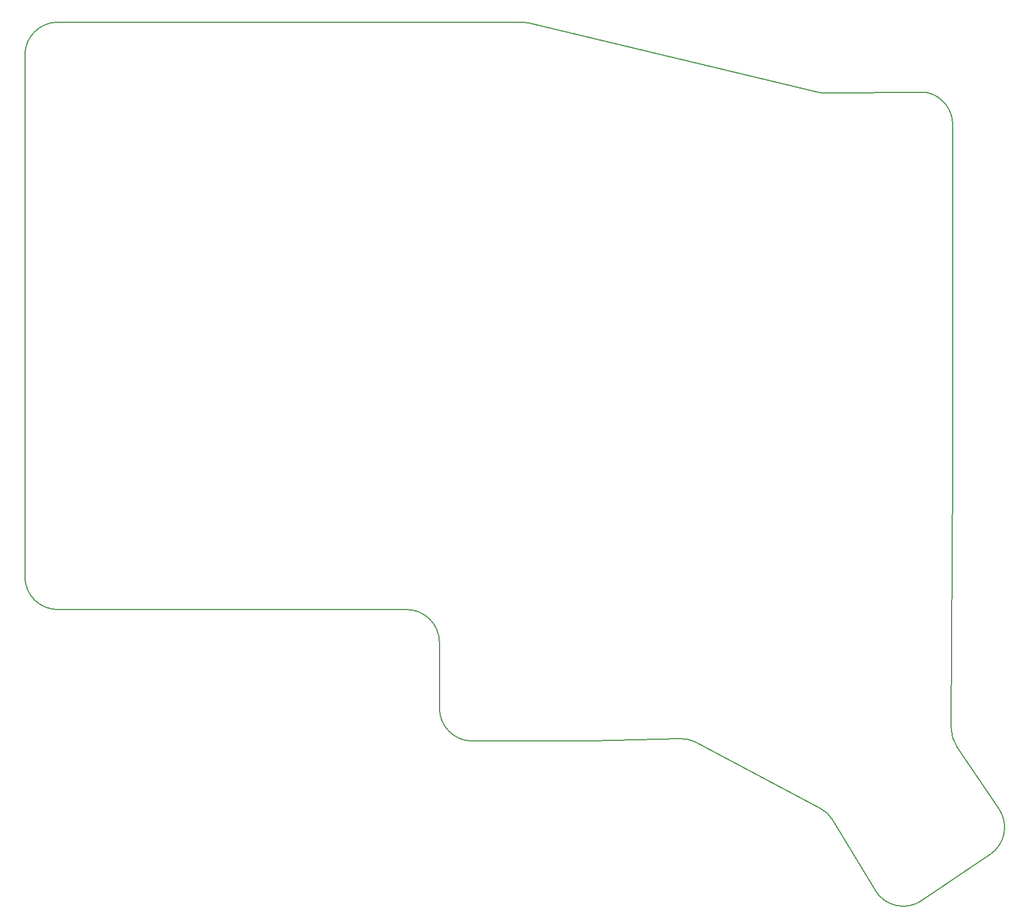
<source format=gbr>
%TF.GenerationSoftware,KiCad,Pcbnew,9.0.1*%
%TF.CreationDate,2025-07-07T00:05:24+02:00*%
%TF.ProjectId,LQS-keyboard,4c51532d-6b65-4796-926f-6172642e6b69,rev?*%
%TF.SameCoordinates,Original*%
%TF.FileFunction,Profile,NP*%
%FSLAX46Y46*%
G04 Gerber Fmt 4.6, Leading zero omitted, Abs format (unit mm)*
G04 Created by KiCad (PCBNEW 9.0.1) date 2025-07-07 00:05:24*
%MOMM*%
%LPD*%
G01*
G04 APERTURE LIST*
%TA.AperFunction,Profile*%
%ADD10C,0.150000*%
%TD*%
G04 APERTURE END LIST*
D10*
X150585168Y-132479109D02*
X137066781Y-132840409D01*
X197685411Y-150100673D02*
X187293643Y-157110010D01*
X109000001Y-112842194D02*
G75*
G02*
X114000006Y-117842194I-1J-5000006D01*
G01*
X56000001Y-112842194D02*
X109000001Y-112842194D01*
X51000000Y-28500001D02*
G75*
G02*
X55957629Y-23500180I5000000J1D01*
G01*
X119000001Y-132842194D02*
G75*
G02*
X114000006Y-127842194I-1J4999994D01*
G01*
X187942475Y-34163411D02*
G75*
G02*
X192000018Y-39073782I-942475J-4910389D01*
G01*
X136933196Y-132842194D02*
X119000001Y-132842194D01*
X192000001Y-91927668D02*
G75*
G02*
X191999917Y-91956708I-5019801J-32D01*
G01*
X106996689Y-23500000D02*
X126500000Y-23500000D01*
X56000001Y-112842194D02*
G75*
G02*
X51000006Y-107842194I-1J4999994D01*
G01*
X51000001Y-107842194D02*
X51000001Y-28500001D01*
X192628825Y-133662518D02*
G75*
G02*
X191774099Y-130837514I4145375J2796018D01*
G01*
X114000001Y-127842194D02*
X114000001Y-117842194D01*
X199034633Y-143159521D02*
G75*
G02*
X197685414Y-150100677I-4145133J-2795979D01*
G01*
X150585168Y-132479109D02*
G75*
G02*
X153066125Y-133062560I133532J-4998691D01*
G01*
X137066781Y-132840409D02*
G75*
G02*
X136933196Y-132842195I-133581J4994709D01*
G01*
X171870599Y-143061110D02*
G75*
G02*
X173807298Y-144897703I-2347699J-4415090D01*
G01*
X191999917Y-91956708D02*
X191774097Y-130837514D01*
X187293643Y-157110010D02*
G75*
G02*
X180213639Y-155542956I-2795943J4145210D01*
G01*
X180213619Y-155542968D02*
X173807300Y-144897702D01*
X171870599Y-143061110D02*
X153066111Y-133062586D01*
X127442474Y-23589633D02*
X172000000Y-34226414D01*
X192628825Y-133662518D02*
X199034634Y-143159521D01*
X126500000Y-23500000D02*
G75*
G02*
X127442474Y-23589631I0J-4999900D01*
G01*
X172000000Y-34226414D02*
X187942475Y-34163411D01*
X55957556Y-23500180D02*
X107000000Y-23500000D01*
X192000001Y-39073782D02*
X192000001Y-91927669D01*
M02*

</source>
